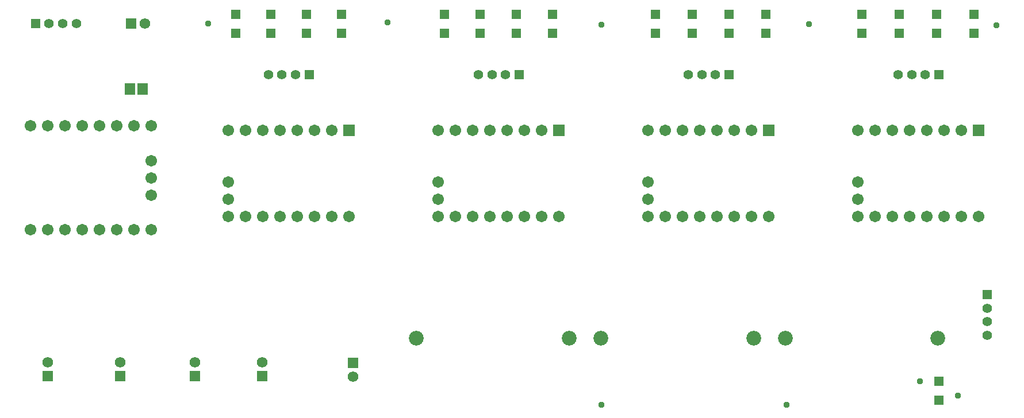
<source format=gts>
G04 EAGLE Gerber RS-274X export*
G75*
%MOMM*%
%FSLAX34Y34*%
%LPD*%
%INSoldermask Top*%
%IPPOS*%
%AMOC8*
5,1,8,0,0,1.08239X$1,22.5*%
G01*
%ADD10C,2.183200*%
%ADD11R,1.571200X1.571200*%
%ADD12C,1.571200*%
%ADD13R,1.411200X1.411200*%
%ADD14C,1.411200*%
%ADD15C,1.711200*%
%ADD16R,1.711200X1.711200*%
%ADD17R,1.503200X1.703200*%
%ADD18R,1.403200X1.403200*%
%ADD19C,0.959600*%


D10*
X1159900Y131000D03*
X1384900Y131000D03*
X616900Y131000D03*
X841900Y131000D03*
D11*
X523086Y94150D03*
D12*
X523086Y74150D03*
D13*
X1386100Y519500D03*
D14*
X1366100Y519500D03*
X1346100Y519500D03*
X1326100Y519500D03*
D15*
X1445000Y310500D03*
X1419600Y310500D03*
X1394200Y310500D03*
X1368800Y310500D03*
X1343400Y310500D03*
X1318000Y310500D03*
X1292600Y310500D03*
X1267200Y310500D03*
D16*
X1445000Y437500D03*
D15*
X1419600Y437500D03*
X1394200Y437500D03*
X1368800Y437500D03*
X1343400Y437500D03*
X1318000Y437500D03*
X1292600Y437500D03*
X1267200Y437500D03*
X1267200Y335900D03*
X1267200Y361300D03*
X1135933Y310500D03*
X1110533Y310500D03*
X1085133Y310500D03*
X1059733Y310500D03*
X1034333Y310500D03*
X1008933Y310500D03*
X983533Y310500D03*
X958133Y310500D03*
D16*
X1135933Y437500D03*
D15*
X1110533Y437500D03*
X1085133Y437500D03*
X1059733Y437500D03*
X1034333Y437500D03*
X1008933Y437500D03*
X983533Y437500D03*
X958133Y437500D03*
X958133Y335900D03*
X958133Y361300D03*
X826867Y310500D03*
X801467Y310500D03*
X776067Y310500D03*
X750667Y310500D03*
X725267Y310500D03*
X699867Y310500D03*
X674467Y310500D03*
X649067Y310500D03*
D16*
X826867Y437500D03*
D15*
X801467Y437500D03*
X776067Y437500D03*
X750667Y437500D03*
X725267Y437500D03*
X699867Y437500D03*
X674467Y437500D03*
X649067Y437500D03*
X649067Y335900D03*
X649067Y361300D03*
X517800Y310500D03*
X492400Y310500D03*
X467000Y310500D03*
X441600Y310500D03*
X416200Y310500D03*
X390800Y310500D03*
X365400Y310500D03*
X340000Y310500D03*
D16*
X517800Y437500D03*
D15*
X492400Y437500D03*
X467000Y437500D03*
X441600Y437500D03*
X416200Y437500D03*
X390800Y437500D03*
X365400Y437500D03*
X340000Y437500D03*
X340000Y335900D03*
X340000Y361300D03*
D13*
X1457000Y194900D03*
D14*
X1457000Y174900D03*
X1457000Y154900D03*
X1457000Y134900D03*
D17*
X194625Y497900D03*
X213625Y497900D03*
D11*
X389671Y74850D03*
D12*
X389671Y94850D03*
D11*
X290679Y74850D03*
D12*
X290679Y94850D03*
D11*
X180757Y74850D03*
D12*
X180757Y94850D03*
D11*
X73836Y74850D03*
D12*
X73836Y94850D03*
D13*
X55900Y594900D03*
D14*
X75900Y594900D03*
X95900Y594900D03*
X115900Y594900D03*
D11*
X197000Y594900D03*
D12*
X217000Y594900D03*
D15*
X48100Y443900D03*
X73500Y443900D03*
X98900Y443900D03*
X124300Y443900D03*
X149700Y443900D03*
X175100Y443900D03*
X200500Y443900D03*
X225900Y443900D03*
X225900Y392500D03*
X225900Y367100D03*
X225900Y341700D03*
X48100Y290300D03*
X73500Y290300D03*
X98900Y290300D03*
X124300Y290300D03*
X149700Y290300D03*
X175100Y290300D03*
X200500Y290300D03*
X225900Y290300D03*
D10*
X888400Y131000D03*
X1113400Y131000D03*
D18*
X1386000Y67000D03*
X1386000Y39000D03*
D13*
X1077033Y519500D03*
D14*
X1057033Y519500D03*
X1037033Y519500D03*
X1017033Y519500D03*
D13*
X767967Y519500D03*
D14*
X747967Y519500D03*
X727967Y519500D03*
X707967Y519500D03*
D13*
X458900Y519500D03*
D14*
X438900Y519500D03*
X418900Y519500D03*
X398900Y519500D03*
D18*
X1383000Y580000D03*
X1383000Y608000D03*
X1328000Y580000D03*
X1328000Y608000D03*
X1438000Y580000D03*
X1438000Y608000D03*
X1273000Y580000D03*
X1273000Y608000D03*
X1077000Y580000D03*
X1077000Y608000D03*
X1023000Y580000D03*
X1023000Y608000D03*
X1131000Y580000D03*
X1131000Y608000D03*
X969000Y580000D03*
X969000Y608000D03*
X764000Y580000D03*
X764000Y608000D03*
X711000Y580000D03*
X711000Y608000D03*
X817000Y580000D03*
X817000Y608000D03*
X658000Y580000D03*
X658000Y608000D03*
X454556Y580000D03*
X454556Y608000D03*
X402778Y580000D03*
X402778Y608000D03*
X506333Y580000D03*
X506333Y608000D03*
X351000Y580000D03*
X351000Y608000D03*
D19*
X889000Y32500D03*
X1162000Y32500D03*
X1414000Y46000D03*
X310000Y595000D03*
X574000Y596000D03*
X889000Y593000D03*
X1195000Y594000D03*
X1471000Y592000D03*
X1358000Y67000D03*
M02*

</source>
